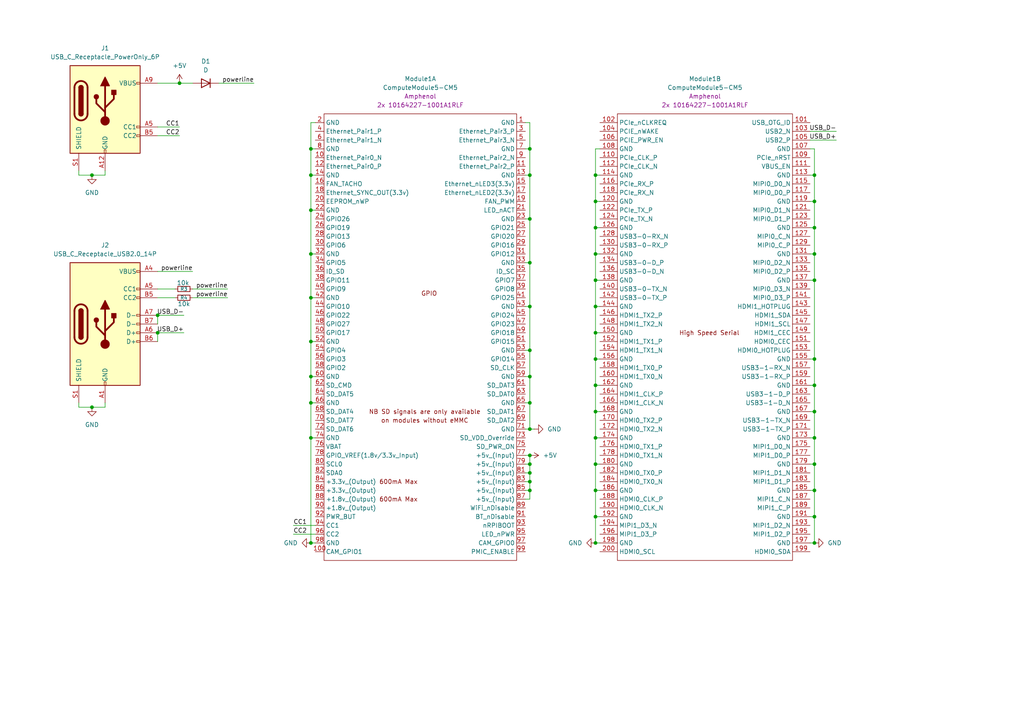
<source format=kicad_sch>
(kicad_sch (version 20250114) (generator "eeschema") (generator_version "9.0")
  (paper "A4")
  (lib_symbols
    (symbol "CM5:ComputeModule5-CM5"
      (property "Reference" "Module" (at 113.03 -68.58 0))
      (property "Value" "ComputeModule5-CM5" (at 140.97 2.54 0))
      (property "Field4" "Amphenol" (at 0 0 0))
      (property "Field5" "2x 10164227-1001A1RLF" (at 0 -2.54 0))
      (symbol "ComputeModule5-CM5_1_0"
        (text "GPIO" (at 0 6.35 0) (effects (font (size 1.27 1.27))))
      )
      (symbol "ComputeModule5-CM5_1_1"
        (rectangle (start -30.48 -71.12) (end 25.4 58.42))
        (text "600mA Max" (at -8.89 -48.26 0) (effects (font (size 1.27 1.27))))
        (text "600mA Max" (at -8.89 -53.34 0) (effects (font (size 1.27 1.27))))
        (text "NB SD signals are only available" (at -1.27 -27.94 0) (effects (font (size 1.27 1.27))))
        (text "on modules without eMMC" (at -1.27 -30.48 0) (effects (font (size 1.27 1.27))))
        (pin power_in line (at -33.02 55.88 0) (length 2.54) (name "GND") (number "2"))
        (pin passive line (at -33.02 53.34 0) (length 2.54) (name "Ethernet_Pair1_P") (number "4"))
        (pin passive line (at -33.02 50.8 0) (length 2.54) (name "Ethernet_Pair1_N") (number "6"))
        (pin power_in line (at -33.02 48.26 0) (length 2.54) (name "GND") (number "8"))
        (pin passive line (at -33.02 45.72 0) (length 2.54) (name "Ethernet_Pair0_N") (number "10"))
        (pin passive line (at -33.02 43.18 0) (length 2.54) (name "Ethernet_Pair0_P") (number "12"))
        (pin power_in line (at -33.02 40.64 0) (length 2.54) (name "GND") (number "14"))
        (pin input line (at -33.02 38.1 0) (length 2.54) (name "FAN_TACHO") (number "16"))
        (pin input line (at -33.02 35.56 0) (length 2.54) (name "Ethernet_SYNC_OUT(3.3v)") (number "18"))
        (pin passive line (at -33.02 33.02 0) (length 2.54) (name "EEPROM_nWP") (number "20"))
        (pin power_in line (at -33.02 30.48 0) (length 2.54) (name "GND") (number "22"))
        (pin passive line (at -33.02 27.94 0) (length 2.54) (name "GPIO26") (number "24"))
        (pin passive line (at -33.02 25.4 0) (length 2.54) (name "GPIO19") (number "26"))
        (pin passive line (at -33.02 22.86 0) (length 2.54) (name "GPIO13") (number "28"))
        (pin passive line (at -33.02 20.32 0) (length 2.54) (name "GPIO6") (number "30"))
        (pin power_in line (at -33.02 17.78 0) (length 2.54) (name "GND") (number "32"))
        (pin passive line (at -33.02 15.24 0) (length 2.54) (name "GPIO5") (number "34"))
        (pin passive line (at -33.02 12.7 0) (length 2.54) (name "ID_SD") (number "36"))
        (pin passive line (at -33.02 10.16 0) (length 2.54) (name "GPIO11") (number "38"))
        (pin passive line (at -33.02 7.62 0) (length 2.54) (name "GPIO9") (number "40"))
        (pin power_in line (at -33.02 5.08 0) (length 2.54) (name "GND") (number "42"))
        (pin passive line (at -33.02 2.54 0) (length 2.54) (name "GPIO10") (number "44"))
        (pin passive line (at -33.02 0 0) (length 2.54) (name "GPIO22") (number "46"))
        (pin passive line (at -33.02 -2.54 0) (length 2.54) (name "GPIO27") (number "48"))
        (pin passive line (at -33.02 -5.08 0) (length 2.54) (name "GPIO17") (number "50"))
        (pin power_in line (at -33.02 -7.62 0) (length 2.54) (name "GND") (number "52"))
        (pin passive line (at -33.02 -10.16 0) (length 2.54) (name "GPIO4") (number "54"))
        (pin passive line (at -33.02 -12.7 0) (length 2.54) (name "GPIO3") (number "56"))
        (pin passive line (at -33.02 -15.24 0) (length 2.54) (name "GPIO2") (number "58"))
        (pin power_in line (at -33.02 -17.78 0) (length 2.54) (name "GND") (number "60"))
        (pin passive line (at -33.02 -20.32 0) (length 2.54) (name "SD_CMD") (number "62"))
        (pin passive line (at -33.02 -22.86 0) (length 2.54) (name "SD_DAT5") (number "64"))
        (pin power_in line (at -33.02 -25.4 0) (length 2.54) (name "GND") (number "66"))
        (pin passive line (at -33.02 -27.94 0) (length 2.54) (name "SD_DAT4") (number "68"))
        (pin passive line (at -33.02 -30.48 0) (length 2.54) (name "SD_DAT7") (number "70"))
        (pin passive line (at -33.02 -33.02 0) (length 2.54) (name "SD_DAT6") (number "72"))
        (pin power_in line (at -33.02 -35.56 0) (length 2.54) (name "GND") (number "74"))
        (pin passive line (at -33.02 -38.1 0) (length 2.54) (name "VBAT") (number "76"))
        (pin power_in line (at -33.02 -40.64 0) (length 2.54) (name "GPIO_VREF(1.8v/3.3v_Input)") (number "78"))
        (pin passive line (at -33.02 -43.18 0) (length 2.54) (name "SCL0") (number "80"))
        (pin passive line (at -33.02 -45.72 0) (length 2.54) (name "SDA0") (number "82"))
        (pin power_out line (at -33.02 -48.26 0) (length 2.54) (name "+3.3v_(Output)") (number "84"))
        (pin passive line (at -33.02 -50.8 0) (length 2.54) (name "+3.3v_(Output)") (number "86"))
        (pin power_out line (at -33.02 -53.34 0) (length 2.54) (name "+1.8v_(Output)") (number "88"))
        (pin passive line (at -33.02 -55.88 0) (length 2.54) (name "+1.8v_(Output)") (number "90"))
        (pin passive line (at -33.02 -58.42 0) (length 2.54) (name "PWR_BUT") (number "92"))
        (pin passive line (at -33.02 -60.96 0) (length 2.54) (name "CC1") (number "94"))
        (pin passive line (at -33.02 -63.5 0) (length 2.54) (name "CC2") (number "96"))
        (pin power_in line (at -33.02 -66.04 0) (length 2.54) (name "GND") (number "98"))
        (pin passive line (at -33.02 -68.58 0) (length 2.54) (name "CAM_GPIO1") (number "100"))
        (pin power_in line (at 27.94 55.88 180) (length 2.54) (name "GND") (number "1"))
        (pin passive line (at 27.94 53.34 180) (length 2.54) (name "Ethernet_Pair3_P") (number "3"))
        (pin passive line (at 27.94 50.8 180) (length 2.54) (name "Ethernet_Pair3_N") (number "5"))
        (pin power_in line (at 27.94 48.26 180) (length 2.54) (name "GND") (number "7"))
        (pin passive line (at 27.94 45.72 180) (length 2.54) (name "Ethernet_Pair2_N") (number "9"))
        (pin passive line (at 27.94 43.18 180) (length 2.54) (name "Ethernet_Pair2_P") (number "11"))
        (pin power_in line (at 27.94 40.64 180) (length 2.54) (name "GND") (number "13"))
        (pin output line (at 27.94 38.1 180) (length 2.54) (name "Ethernet_nLED3(3.3v)") (number "15"))
        (pin output line (at 27.94 35.56 180) (length 2.54) (name "Ethernet_nLED2(3.3v)") (number "17"))
        (pin output line (at 27.94 33.02 180) (length 2.54) (name "FAN_PWM") (number "19"))
        (pin open_collector line (at 27.94 30.48 180) (length 2.54) (name "LED_nACT") (number "21"))
        (pin power_in line (at 27.94 27.94 180) (length 2.54) (name "GND") (number "23"))
        (pin passive line (at 27.94 25.4 180) (length 2.54) (name "GPIO21") (number "25"))
        (pin passive line (at 27.94 22.86 180) (length 2.54) (name "GPIO20") (number "27"))
        (pin passive line (at 27.94 20.32 180) (length 2.54) (name "GPIO16") (number "29"))
        (pin passive line (at 27.94 17.78 180) (length 2.54) (name "GPIO12") (number "31"))
        (pin power_in line (at 27.94 15.24 180) (length 2.54) (name "GND") (number "33"))
        (pin passive line (at 27.94 12.7 180) (length 2.54) (name "ID_SC") (number "35"))
        (pin passive line (at 27.94 10.16 180) (length 2.54) (name "GPIO7") (number "37"))
        (pin passive line (at 27.94 7.62 180) (length 2.54) (name "GPIO8") (number "39"))
        (pin passive line (at 27.94 5.08 180) (length 2.54) (name "GPIO25") (number "41"))
        (pin power_in line (at 27.94 2.54 180) (length 2.54) (name "GND") (number "43"))
        (pin passive line (at 27.94 0 180) (length 2.54) (name "GPIO24") (number "45"))
        (pin passive line (at 27.94 -2.54 180) (length 2.54) (name "GPIO23") (number "47"))
        (pin passive line (at 27.94 -5.08 180) (length 2.54) (name "GPIO18") (number "49"))
        (pin passive line (at 27.94 -7.62 180) (length 2.54) (name "GPIO15") (number "51"))
        (pin power_in line (at 27.94 -10.16 180) (length 2.54) (name "GND") (number "53"))
        (pin passive line (at 27.94 -12.7 180) (length 2.54) (name "GPIO14") (number "55"))
        (pin passive line (at 27.94 -15.24 180) (length 2.54) (name "SD_CLK") (number "57"))
        (pin power_in line (at 27.94 -17.78 180) (length 2.54) (name "GND") (number "59"))
        (pin passive line (at 27.94 -20.32 180) (length 2.54) (name "SD_DAT3") (number "61"))
        (pin passive line (at 27.94 -22.86 180) (length 2.54) (name "SD_DAT0") (number "63"))
        (pin power_in line (at 27.94 -25.4 180) (length 2.54) (name "GND") (number "65"))
        (pin passive line (at 27.94 -27.94 180) (length 2.54) (name "SD_DAT1") (number "67"))
        (pin passive line (at 27.94 -30.48 180) (length 2.54) (name "SD_DAT2") (number "69"))
        (pin power_in line (at 27.94 -33.02 180) (length 2.54) (name "GND") (number "71"))
        (pin input line (at 27.94 -35.56 180) (length 2.54) (name "SD_VDD_Override") (number "73"))
        (pin output line (at 27.94 -38.1 180) (length 2.54) (name "SD_PWR_ON") (number "75"))
        (pin power_in line (at 27.94 -40.64 180) (length 2.54) (name "+5v_(Input)") (number "77"))
        (pin power_in line (at 27.94 -43.18 180) (length 2.54) (name "+5v_(Input)") (number "79"))
        (pin power_in line (at 27.94 -45.72 180) (length 2.54) (name "+5v_(Input)") (number "81"))
        (pin power_in line (at 27.94 -48.26 180) (length 2.54) (name "+5v_(Input)") (number "83"))
        (pin power_in line (at 27.94 -50.8 180) (length 2.54) (name "+5v_(Input)") (number "85"))
        (pin power_in line (at 27.94 -53.34 180) (length 2.54) (name "+5v_(Input)") (number "87"))
        (pin input line (at 27.94 -55.88 180) (length 2.54) (name "WiFi_nDisable") (number "89"))
        (pin input line (at 27.94 -58.42 180) (length 2.54) (name "BT_nDisable") (number "91"))
        (pin input line (at 27.94 -60.96 180) (length 2.54) (name "nRPIBOOT") (number "93"))
        (pin output line (at 27.94 -63.5 180) (length 2.54) (name "LED_nPWR") (number "95"))
        (pin passive line (at 27.94 -66.04 180) (length 2.54) (name "CAM_GPIO0") (number "97"))
        (pin input line (at 27.94 -68.58 180) (length 2.54) (name "PMIC_ENABLE") (number "99"))
      )
      (symbol "ComputeModule5-CM5_2_1"
        (rectangle (start 114.3 -66.04) (end 165.1 63.5))
        (text "High Speed Serial" (at 140.97 0 0) (effects (font (size 1.27 1.27))))
        (pin input line (at 109.22 60.96 0) (length 5.08) (name "PCIe_nCLKREQ") (number "102"))
        (pin input line (at 109.22 58.42 0) (length 5.08) (name "PCIE_nWAKE") (number "104"))
        (pin output line (at 109.22 55.88 0) (length 5.08) (name "PCIE_PWR_EN") (number "106"))
        (pin power_in line (at 109.22 53.34 0) (length 5.08) (name "GND") (number "108"))
        (pin output line (at 109.22 50.8 0) (length 5.08) (name "PCIe_CLK_P") (number "110"))
        (pin output line (at 109.22 48.26 0) (length 5.08) (name "PCIe_CLK_N") (number "112"))
        (pin power_in line (at 109.22 45.72 0) (length 5.08) (name "GND") (number "114"))
        (pin input line (at 109.22 43.18 0) (length 5.08) (name "PCIe_RX_P") (number "116"))
        (pin input line (at 109.22 40.64 0) (length 5.08) (name "PCIe_RX_N") (number "118"))
        (pin power_in line (at 109.22 38.1 0) (length 5.08) (name "GND") (number "120"))
        (pin output line (at 109.22 35.56 0) (length 5.08) (name "PCIe_TX_P") (number "122"))
        (pin output line (at 109.22 33.02 0) (length 5.08) (name "PCIe_TX_N") (number "124"))
        (pin power_in line (at 109.22 30.48 0) (length 5.08) (name "GND") (number "126"))
        (pin input line (at 109.22 27.94 0) (length 5.08) (name "USB3-0-RX_N") (number "128"))
        (pin input line (at 109.22 25.4 0) (length 5.08) (name "USB3-0-RX_P") (number "130"))
        (pin power_in line (at 109.22 22.86 0) (length 5.08) (name "GND") (number "132"))
        (pin passive line (at 109.22 20.32 0) (length 5.08) (name "USB3-0-D_P") (number "134"))
        (pin passive line (at 109.22 17.78 0) (length 5.08) (name "USB3-0-D_N") (number "136"))
        (pin power_in line (at 109.22 15.24 0) (length 5.08) (name "GND") (number "138"))
        (pin output line (at 109.22 12.7 0) (length 5.08) (name "USB3-0-TX_N") (number "140"))
        (pin output line (at 109.22 10.16 0) (length 5.08) (name "USB3-0-TX_P") (number "142"))
        (pin power_in line (at 109.22 7.62 0) (length 5.08) (name "GND") (number "144"))
        (pin output line (at 109.22 5.08 0) (length 5.08) (name "HDMI1_TX2_P") (number "146"))
        (pin output line (at 109.22 2.54 0) (length 5.08) (name "HDMI1_TX2_N") (number "148"))
        (pin power_in line (at 109.22 0 0) (length 5.08) (name "GND") (number "150"))
        (pin output line (at 109.22 -2.54 0) (length 5.08) (name "HDMI1_TX1_P") (number "152"))
        (pin output line (at 109.22 -5.08 0) (length 5.08) (name "HDMI1_TX1_N") (number "154"))
        (pin power_in line (at 109.22 -7.62 0) (length 5.08) (name "GND") (number "156"))
        (pin output line (at 109.22 -10.16 0) (length 5.08) (name "HDMI1_TX0_P") (number "158"))
        (pin output line (at 109.22 -12.7 0) (length 5.08) (name "HDMI1_TX0_N") (number "160"))
        (pin power_in line (at 109.22 -15.24 0) (length 5.08) (name "GND") (number "162"))
        (pin output line (at 109.22 -17.78 0) (length 5.08) (name "HDMI1_CLK_P") (number "164"))
        (pin output line (at 109.22 -20.32 0) (length 5.08) (name "HDMI1_CLK_N") (number "166"))
        (pin power_in line (at 109.22 -22.86 0) (length 5.08) (name "GND") (number "168"))
        (pin output line (at 109.22 -25.4 0) (length 5.08) (name "HDMI0_TX2_P") (number "170"))
        (pin output line (at 109.22 -27.94 0) (length 5.08) (name "HDMI0_TX2_N") (number "172"))
        (pin power_in line (at 109.22 -30.48 0) (length 5.08) (name "GND") (number "174"))
        (pin output line (at 109.22 -33.02 0) (length 5.08) (name "HDMI0_TX1_P") (number "176"))
        (pin output line (at 109.22 -35.56 0) (length 5.08) (name "HDMI0_TX1_N") (number "178"))
        (pin power_in line (at 109.22 -38.1 0) (length 5.08) (name "GND") (number "180"))
        (pin output line (at 109.22 -40.64 0) (length 5.08) (name "HDMI0_TX0_P") (number "182"))
        (pin output line (at 109.22 -43.18 0) (length 5.08) (name "HDMI0_TX0_N") (number "184"))
        (pin power_in line (at 109.22 -45.72 0) (length 5.08) (name "GND") (number "186"))
        (pin output line (at 109.22 -48.26 0) (length 5.08) (name "HDMI0_CLK_P") (number "188"))
        (pin output line (at 109.22 -50.8 0) (length 5.08) (name "HDMI0_CLK_N") (number "190"))
        (pin power_in line (at 109.22 -53.34 0) (length 5.08) (name "GND") (number "192"))
        (pin output line (at 109.22 -55.88 0) (length 5.08) (name "MIPI1_D3_N") (number "194"))
        (pin output line (at 109.22 -58.42 0) (length 5.08) (name "MIPI1_D3_P") (number "196"))
        (pin power_in line (at 109.22 -60.96 0) (length 5.08) (name "GND") (number "198"))
        (pin open_collector line (at 109.22 -63.5 0) (length 5.08) (name "HDMI0_SCL") (number "200"))
        (pin input line (at 170.18 60.96 180) (length 5.08) (name "USB_OTG_ID") (number "101"))
        (pin passive line (at 170.18 58.42 180) (length 5.08) (name "USB2_N") (number "103"))
        (pin passive line (at 170.18 55.88 180) (length 5.08) (name "USB2_P") (number "105"))
        (pin power_in line (at 170.18 53.34 180) (length 5.08) (name "GND") (number "107"))
        (pin output line (at 170.18 50.8 180) (length 5.08) (name "PCIe_nRST") (number "109"))
        (pin output line (at 170.18 48.26 180) (length 5.08) (name "VBUS_EN") (number "111"))
        (pin power_in line (at 170.18 45.72 180) (length 5.08) (name "GND") (number "113"))
        (pin input line (at 170.18 43.18 180) (length 5.08) (name "MIPI0_D0_N") (number "115"))
        (pin input line (at 170.18 40.64 180) (length 5.08) (name "MIPI0_D0_P") (number "117"))
        (pin power_in line (at 170.18 38.1 180) (length 5.08) (name "GND") (number "119"))
        (pin input line (at 170.18 35.56 180) (length 5.08) (name "MIPI0_D1_N") (number "121"))
        (pin input line (at 170.18 33.02 180) (length 5.08) (name "MIPI0_D1_P") (number "123"))
        (pin power_in line (at 170.18 30.48 180) (length 5.08) (name "GND") (number "125"))
        (pin input line (at 170.18 27.94 180) (length 5.08) (name "MIPI0_C_N") (number "127"))
        (pin input line (at 170.18 25.4 180) (length 5.08) (name "MIPI0_C_P") (number "129"))
        (pin power_in line (at 170.18 22.86 180) (length 5.08) (name "GND") (number "131"))
        (pin input line (at 170.18 20.32 180) (length 5.08) (name "MIPI0_D2_N") (number "133"))
        (pin input line (at 170.18 17.78 180) (length 5.08) (name "MIPI0_D2_P") (number "135"))
        (pin power_in line (at 170.18 15.24 180) (length 5.08) (name "GND") (number "137"))
        (pin input line (at 170.18 12.7 180) (length 5.08) (name "MIPI0_D3_N") (number "139"))
        (pin input line (at 170.18 10.16 180) (length 5.08) (name "MIPI0_D3_P") (number "141"))
        (pin input line (at 170.18 7.62 180) (length 5.08) (name "HDMI1_HOTPLUG") (number "143"))
        (pin bidirectional line (at 170.18 5.08 180) (length 5.08) (name "HDMI1_SDA") (number "145"))
        (pin open_collector line (at 170.18 2.54 180) (length 5.08) (name "HDMI1_SCL") (number "147"))
        (pin open_collector line (at 170.18 0 180) (length 5.08) (name "HDMI1_CEC") (number "149"))
        (pin open_collector line (at 170.18 -2.54 180) (length 5.08) (name "HDMI0_CEC") (number "151"))
        (pin input line (at 170.18 -5.08 180) (length 5.08) (name "HDMI0_HOTPLUG") (number "153"))
        (pin power_in line (at 170.18 -7.62 180) (length 5.08) (name "GND") (number "155"))
        (pin input line (at 170.18 -10.16 180) (length 5.08) (name "USB3-1-RX_N") (number "157"))
        (pin input line (at 170.18 -12.7 180) (length 5.08) (name "USB3-1-RX_P") (number "159"))
        (pin power_in line (at 170.18 -15.24 180) (length 5.08) (name "GND") (number "161"))
        (pin passive line (at 170.18 -17.78 180) (length 5.08) (name "USB3-1-D_P") (number "163"))
        (pin passive line (at 170.18 -20.32 180) (length 5.08) (name "USB3-1-D_N") (number "165"))
        (pin power_in line (at 170.18 -22.86 180) (length 5.08) (name "GND") (number "167"))
        (pin output line (at 170.18 -25.4 180) (length 5.08) (name "USB3-1-TX_N") (number "169"))
        (pin output line (at 170.18 -27.94 180) (length 5.08) (name "USB3-1-TX_P") (number "171"))
        (pin power_in line (at 170.18 -30.48 180) (length 5.08) (name "GND") (number "173"))
        (pin output line (at 170.18 -33.02 180) (length 5.08) (name "MIPI1_D0_N") (number "175"))
        (pin output line (at 170.18 -35.56 180) (length 5.08) (name "MIPI1_D0_P") (number "177"))
        (pin power_in line (at 170.18 -38.1 180) (length 5.08) (name "GND") (number "179"))
        (pin output line (at 170.18 -40.64 180) (length 5.08) (name "MIPI1_D1_N") (number "181"))
        (pin output line (at 170.18 -43.18 180) (length 5.08) (name "MIPI1_D1_P") (number "183"))
        (pin power_in line (at 170.18 -45.72 180) (length 5.08) (name "GND") (number "185"))
        (pin output line (at 170.18 -48.26 180) (length 5.08) (name "MIPI1_C_N") (number "187"))
        (pin output line (at 170.18 -50.8 180) (length 5.08) (name "MIPI1_C_P") (number "189"))
        (pin power_in line (at 170.18 -53.34 180) (length 5.08) (name "GND") (number "191"))
        (pin output line (at 170.18 -55.88 180) (length 5.08) (name "MIPI1_D2_N") (number "193"))
        (pin output line (at 170.18 -58.42 180) (length 5.08) (name "MIPI1_D2_P") (number "195"))
        (pin power_in line (at 170.18 -60.96 180) (length 5.08) (name "GND") (number "197"))
        (pin bidirectional line (at 170.18 -63.5 180) (length 5.08) (name "HDMI0_SDA") (number "199"))
      )
    )
    (symbol "Connector:USB_C_Receptacle_PowerOnly_6P" (pin_names (offset 1.016))
      (property "Reference" "J" (at 0 16.51 0))
      (property "Value" "USB_C_Receptacle_PowerOnly_6P" (at 0 13.97 0))
      (symbol "USB_C_Receptacle_PowerOnly_6P_0_0"
        (rectangle (start -0.254 -12.7) (end 0.254 -11.684))
        (rectangle (start 10.16 7.874) (end 9.144 7.366))
        (rectangle (start 10.16 -4.826) (end 9.144 -5.334))
        (rectangle (start 10.16 -7.366) (end 9.144 -7.874))
      )
      (symbol "USB_C_Receptacle_PowerOnly_6P_0_1"
        (rectangle (start -10.16 12.7) (end 10.16 -12.7) (stroke (width 0.254)) (fill (type background)))
        (polyline (pts (xy -8.89 -1.27) (xy -8.89 6.35)) (stroke (width 0.508)))
        (rectangle (start -7.62 -1.27) (end -6.35 6.35) (stroke (width 0.254)) (fill (type outline)))
        (arc (start -7.62 6.35) (mid -6.985 6.9823) (end -6.35 6.35) (stroke (width 0.254)))
        (arc (start -7.62 6.35) (mid -6.985 6.9823) (end -6.35 6.35) (stroke (width 0.254)) (fill (type outline)))
        (arc (start -8.89 6.35) (mid -6.985 8.2467) (end -5.08 6.35) (stroke (width 0.508)))
        (arc (start -5.08 -1.27) (mid -6.985 -3.1667) (end -8.89 -1.27) (stroke (width 0.508)))
        (arc (start -6.35 -1.27) (mid -6.985 -1.9023) (end -7.62 -1.27) (stroke (width 0.254)))
        (arc (start -6.35 -1.27) (mid -6.985 -1.9023) (end -7.62 -1.27) (stroke (width 0.254)) (fill (type outline)))
        (polyline (pts (xy -5.08 6.35) (xy -5.08 -1.27)) (stroke (width 0.508)))
        (circle (center -2.54 3.683) (radius 0.635) (stroke (width 0.254)) (fill (type outline)))
        (polyline (pts (xy -1.27 6.858) (xy 0 9.398) (xy 1.27 6.858) (xy -1.27 6.858)) (stroke (width 0.254)) (fill (type outline)))
        (polyline (pts (xy 0 0.508) (xy 2.54 3.048) (xy 2.54 4.318)) (stroke (width 0.508)))
        (polyline (pts (xy 0 -0.762) (xy -2.54 1.778) (xy -2.54 3.048)) (stroke (width 0.508)))
        (polyline (pts (xy 0 -3.302) (xy 0 6.858)) (stroke (width 0.508)))
        (circle (center 0 -3.302) (radius 1.27) (fill (type outline)))
        (rectangle (start 1.905 4.318) (end 3.175 5.588) (stroke (width 0.254)) (fill (type outline)))
      )
      (symbol "USB_C_Receptacle_PowerOnly_6P_1_1"
        (pin passive line (at -7.62 -17.78 90) (length 5.08) (name "SHIELD") (number "S1"))
        (pin passive line (at 0 -17.78 90) (length 5.08) (name "GND") (number "A12"))
        (pin passive line (at 0 -17.78 90) (length 5.08) (hide yes) (name "GND") (number "B12"))
        (pin passive line (at 15.24 7.62 180) (length 5.08) (name "VBUS") (number "A9"))
        (pin passive line (at 15.24 7.62 180) (length 5.08) (hide yes) (name "VBUS") (number "B9"))
        (pin bidirectional line (at 15.24 -5.08 180) (length 5.08) (name "CC1") (number "A5"))
        (pin bidirectional line (at 15.24 -7.62 180) (length 5.08) (name "CC2") (number "B5"))
      )
    )
    (symbol "Connector:USB_C_Receptacle_USB2.0_14P" (pin_names (offset 1.016))
      (property "Reference" "J" (at 0 22.225 0))
      (property "Value" "USB_C_Receptacle_USB2.0_14P" (at 0 19.685 0))
      (symbol "USB_C_Receptacle_USB2.0_14P_0_0"
        (rectangle (start -0.254 -17.78) (end 0.254 -16.764))
        (rectangle (start 10.16 15.494) (end 9.144 14.986))
        (rectangle (start 10.16 10.414) (end 9.144 9.906))
        (rectangle (start 10.16 7.874) (end 9.144 7.366))
        (rectangle (start 10.16 2.794) (end 9.144 2.286))
        (rectangle (start 10.16 0.254) (end 9.144 -0.254))
        (rectangle (start 10.16 -2.286) (end 9.144 -2.794))
        (rectangle (start 10.16 -4.826) (end 9.144 -5.334))
      )
      (symbol "USB_C_Receptacle_USB2.0_14P_0_1"
        (rectangle (start -10.16 17.78) (end 10.16 -17.78) (stroke (width 0.254)) (fill (type background)))
        (polyline (pts (xy -8.89 -3.81) (xy -8.89 3.81)) (stroke (width 0.508)))
        (rectangle (start -7.62 -3.81) (end -6.35 3.81) (stroke (width 0.254)) (fill (type outline)))
        (arc (start -7.62 3.81) (mid -6.985 4.4423) (end -6.35 3.81) (stroke (width 0.254)))
        (arc (start -7.62 3.81) (mid -6.985 4.4423) (end -6.35 3.81) (stroke (width 0.254)) (fill (type outline)))
        (arc (start -8.89 3.81) (mid -6.985 5.7067) (end -5.08 3.81) (stroke (width 0.508)))
        (arc (start -5.08 -3.81) (mid -6.985 -5.7067) (end -8.89 -3.81) (stroke (width 0.508)))
        (arc (start -6.35 -3.81) (mid -6.985 -4.4423) (end -7.62 -3.81) (stroke (width 0.254)))
        (arc (start -6.35 -3.81) (mid -6.985 -4.4423) (end -7.62 -3.81) (stroke (width 0.254)) (fill (type outline)))
        (polyline (pts (xy -5.08 3.81) (xy -5.08 -3.81)) (stroke (width 0.508)))
        (circle (center -2.54 1.143) (radius 0.635) (stroke (width 0.254)) (fill (type outline)))
        (polyline (pts (xy -1.27 4.318) (xy 0 6.858) (xy 1.27 4.318) (xy -1.27 4.318)) (stroke (width 0.254)) (fill (type outline)))
        (polyline (pts (xy 0 -2.032) (xy 2.54 0.508) (xy 2.54 1.778)) (stroke (width 0.508)))
        (polyline (pts (xy 0 -3.302) (xy -2.54 -0.762) (xy -2.54 0.508)) (stroke (width 0.508)))
        (polyline (pts (xy 0 -5.842) (xy 0 4.318)) (stroke (width 0.508)))
        (circle (center 0 -5.842) (radius 1.27) (fill (type outline)))
        (rectangle (start 1.905 1.778) (end 3.175 3.048) (stroke (width 0.254)) (fill (type outline)))
      )
      (symbol "USB_C_Receptacle_USB2.0_14P_1_1"
        (pin passive line (at -7.62 -22.86 90) (length 5.08) (name "SHIELD") (number "S1"))
        (pin passive line (at 0 -22.86 90) (length 5.08) (name "GND") (number "A1"))
        (pin passive line (at 0 -22.86 90) (length 5.08) (hide yes) (name "GND") (number "A12"))
        (pin passive line (at 0 -22.86 90) (length 5.08) (hide yes) (name "GND") (number "B1"))
        (pin passive line (at 0 -22.86 90) (length 5.08) (hide yes) (name "GND") (number "B12"))
        (pin passive line (at 15.24 15.24 180) (length 5.08) (name "VBUS") (number "A4"))
        (pin passive line (at 15.24 15.24 180) (length 5.08) (hide yes) (name "VBUS") (number "A9"))
        (pin passive line (at 15.24 15.24 180) (length 5.08) (hide yes) (name "VBUS") (number "B4"))
        (pin passive line (at 15.24 15.24 180) (length 5.08) (hide yes) (name "VBUS") (number "B9"))
        (pin bidirectional line (at 15.24 10.16 180) (length 5.08) (name "CC1") (number "A5"))
        (pin bidirectional line (at 15.24 7.62 180) (length 5.08) (name "CC2") (number "B5"))
        (pin bidirectional line (at 15.24 2.54 180) (length 5.08) (name "D-") (number "A7"))
        (pin bidirectional line (at 15.24 0 180) (length 5.08) (name "D-") (number "B7"))
        (pin bidirectional line (at 15.24 -2.54 180) (length 5.08) (name "D+") (number "A6"))
        (pin bidirectional line (at 15.24 -5.08 180) (length 5.08) (name "D+") (number "B6"))
      )
    )
    (symbol "Device:D" (pin_numbers (hide yes)) (pin_names (offset 1.016) (hide yes))
      (property "Reference" "D" (at 0 2.54 0))
      (property "Value" "D" (at 0 -2.54 0))
      (symbol "D_0_1"
        (polyline (pts (xy -1.27 1.27) (xy -1.27 -1.27)) (stroke (width 0.254)))
        (polyline (pts (xy 1.27 1.27) (xy 1.27 -1.27) (xy -1.27 0) (xy 1.27 1.27)) (stroke (width 0.254)))
        (polyline (pts (xy 1.27 0) (xy -1.27 0)))
      )
      (symbol "D_1_1"
        (pin passive line (at -3.81 0 0) (length 2.54) (name "K") (number "1"))
        (pin passive line (at 3.81 0 180) (length 2.54) (name "A") (number "2"))
      )
    )
    (symbol "Device:R_Small" (pin_numbers (hide yes)) (pin_names (offset 0.254) (hide yes))
      (property "Reference" "R" (at 0 0 90))
      (property "Value" "R_Small" (at 1.778 0 90))
      (symbol "R_Small_0_1"
        (rectangle (start -0.762 1.778) (end 0.762 -1.778) (stroke (width 0.2032)))
      )
      (symbol "R_Small_1_1"
        (pin passive line (at 0 2.54 270) (length 0.762) (name "~") (number "1"))
        (pin passive line (at 0 -2.54 90) (length 0.762) (name "~") (number "2"))
      )
    )
    (symbol "power:+5V" (power) (pin_numbers (hide yes)) (pin_names (offset 0) (hide yes))
      (property "Value" "+5V" (at 0 3.556 0))
      (symbol "+5V_0_1"
        (polyline (pts (xy -0.762 1.27) (xy 0 2.54)))
        (polyline (pts (xy 0 2.54) (xy 0.762 1.27)))
        (polyline (pts (xy 0 0) (xy 0 2.54)))
      )
      (symbol "+5V_1_1"
        (pin power_in line (at 0 0 90) (length 0) (name "~") (number "1"))
      )
    )
    (symbol "power:GND" (power) (pin_numbers (hide yes)) (pin_names (offset 0) (hide yes))
      (property "Value" "GND" (at 0 -3.81 0))
      (symbol "GND_0_1"
        (polyline (pts (xy 0 0) (xy 0 -1.27) (xy 1.27 -1.27) (xy 0 -2.54) (xy -1.27 -1.27) (xy 0 -1.27)))
      )
      (symbol "GND_1_1"
        (pin power_in line (at 0 0 270) (length 0) (name "~") (number "1"))
      )
    )
  )
  (junction (at 172.72 127))
  (junction (at 153.67 124.46))
  (junction (at 172.72 96.52))
  (junction (at 172.72 134.62))
  (junction (at 236.22 142.24))
  (junction (at 172.72 66.04))
  (junction (at 90.17 43.18))
  (junction (at 236.22 66.04))
  (junction (at 153.67 132.08))
  (junction (at 153.67 109.22))
  (junction (at 90.17 127))
  (junction (at 236.22 119.38))
  (junction (at 52.07 24.13))
  (junction (at 172.72 157.48))
  (junction (at 236.22 134.62))
  (junction (at 172.72 50.8))
  (junction (at 153.67 43.18))
  (junction (at 90.17 73.66))
  (junction (at 45.72 91.44))
  (junction (at 153.67 50.8))
  (junction (at 172.72 73.66))
  (junction (at 236.22 127))
  (junction (at 172.72 111.76))
  (junction (at 90.17 99.06))
  (junction (at 153.67 76.2))
  (junction (at 153.67 101.6))
  (junction (at 153.67 88.9))
  (junction (at 153.67 142.24))
  (junction (at 236.22 50.8))
  (junction (at 236.22 149.86))
  (junction (at 90.17 50.8))
  (junction (at 172.72 149.86))
  (junction (at 90.17 86.36))
  (junction (at 153.67 137.16))
  (junction (at 172.72 88.9))
  (junction (at 90.17 157.48))
  (junction (at 172.72 58.42))
  (junction (at 153.67 139.7))
  (junction (at 236.22 111.76))
  (junction (at 45.72 96.52))
  (junction (at 172.72 81.28))
  (junction (at 236.22 157.48))
  (junction (at 26.67 118.11))
  (junction (at 153.67 134.62))
  (junction (at 172.72 142.24))
  (junction (at 26.67 50.8))
  (junction (at 236.22 104.14))
  (junction (at 90.17 109.22))
  (junction (at 236.22 73.66))
  (junction (at 90.17 60.96))
  (junction (at 172.72 104.14))
  (junction (at 90.17 116.84))
  (junction (at 153.67 116.84))
  (junction (at 172.72 119.38))
  (junction (at 236.22 81.28))
  (junction (at 236.22 58.42))
  (junction (at 153.67 63.5))
  (wire (pts (xy 242.57 40.64) (xy 234.95 40.64)))
  (wire (pts (xy 55.88 86.36) (xy 66.04 86.36)))
  (wire (pts (xy 153.67 50.8) (xy 153.67 43.18)))
  (wire (pts (xy 172.72 149.86) (xy 173.99 149.86)))
  (wire (pts (xy 152.4 50.8) (xy 153.67 50.8)))
  (wire (pts (xy 153.67 134.62) (xy 153.67 137.16)))
  (wire (pts (xy 172.72 50.8) (xy 173.99 50.8)))
  (wire (pts (xy 234.95 149.86) (xy 236.22 149.86)))
  (wire (pts (xy 236.22 142.24) (xy 236.22 149.86)))
  (wire (pts (xy 236.22 119.38) (xy 236.22 127)))
  (wire (pts (xy 172.72 96.52) (xy 172.72 88.9)))
  (wire (pts (xy 234.95 127) (xy 236.22 127)))
  (wire (pts (xy 242.57 38.1) (xy 234.95 38.1)))
  (wire (pts (xy 90.17 109.22) (xy 90.17 99.06)))
  (wire (pts (xy 172.72 73.66) (xy 173.99 73.66)))
  (wire (pts (xy 45.72 91.44) (xy 53.34 91.44)))
  (wire (pts (xy 22.86 49.53) (xy 22.86 50.8)))
  (wire (pts (xy 234.95 81.28) (xy 236.22 81.28)))
  (wire (pts (xy 90.17 60.96) (xy 90.17 50.8)))
  (wire (pts (xy 52.07 24.13) (xy 55.88 24.13)))
  (wire (pts (xy 234.95 73.66) (xy 236.22 73.66)))
  (wire (pts (xy 234.95 119.38) (xy 236.22 119.38)))
  (wire (pts (xy 85.09 152.4) (xy 91.44 152.4)))
  (wire (pts (xy 152.4 43.18) (xy 153.67 43.18)))
  (wire (pts (xy 91.44 157.48) (xy 90.17 157.48)))
  (wire (pts (xy 172.72 58.42) (xy 173.99 58.42)))
  (wire (pts (xy 90.17 116.84) (xy 90.17 109.22)))
  (wire (pts (xy 90.17 86.36) (xy 91.44 86.36)))
  (wire (pts (xy 90.17 60.96) (xy 91.44 60.96)))
  (wire (pts (xy 236.22 58.42) (xy 236.22 66.04)))
  (wire (pts (xy 152.4 109.22) (xy 153.67 109.22)))
  (wire (pts (xy 45.72 86.36) (xy 50.8 86.36)))
  (wire (pts (xy 173.99 157.48) (xy 172.72 157.48)))
  (wire (pts (xy 45.72 39.37) (xy 52.07 39.37)))
  (wire (pts (xy 234.95 142.24) (xy 236.22 142.24)))
  (wire (pts (xy 234.95 50.8) (xy 236.22 50.8)))
  (wire (pts (xy 152.4 116.84) (xy 153.67 116.84)))
  (wire (pts (xy 236.22 134.62) (xy 236.22 142.24)))
  (wire (pts (xy 236.22 73.66) (xy 236.22 81.28)))
  (wire (pts (xy 90.17 99.06) (xy 91.44 99.06)))
  (wire (pts (xy 90.17 43.18) (xy 90.17 35.56)))
  (wire (pts (xy 26.67 118.11) (xy 30.48 118.11)))
  (wire (pts (xy 236.22 149.86) (xy 236.22 157.48)))
  (wire (pts (xy 153.67 109.22) (xy 153.67 101.6)))
  (wire (pts (xy 153.67 139.7) (xy 153.67 142.24)))
  (wire (pts (xy 26.67 50.8) (xy 30.48 50.8)))
  (wire (pts (xy 172.72 66.04) (xy 173.99 66.04)))
  (wire (pts (xy 152.4 139.7) (xy 153.67 139.7)))
  (wire (pts (xy 172.72 157.48) (xy 172.72 149.86)))
  (wire (pts (xy 172.72 104.14) (xy 173.99 104.14)))
  (wire (pts (xy 234.95 157.48) (xy 236.22 157.48)))
  (wire (pts (xy 172.72 96.52) (xy 173.99 96.52)))
  (wire (pts (xy 45.72 93.98) (xy 45.72 91.44)))
  (wire (pts (xy 153.67 35.56) (xy 152.4 35.56)))
  (wire (pts (xy 172.72 127) (xy 173.99 127)))
  (wire (pts (xy 172.72 119.38) (xy 173.99 119.38)))
  (wire (pts (xy 153.67 144.78) (xy 152.4 144.78)))
  (wire (pts (xy 90.17 50.8) (xy 90.17 43.18)))
  (wire (pts (xy 153.67 132.08) (xy 153.67 134.62)))
  (wire (pts (xy 172.72 66.04) (xy 172.72 58.42)))
  (wire (pts (xy 153.67 88.9) (xy 153.67 76.2)))
  (wire (pts (xy 45.72 99.06) (xy 45.72 96.52)))
  (wire (pts (xy 236.22 43.18) (xy 234.95 43.18)))
  (wire (pts (xy 22.86 118.11) (xy 26.67 118.11)))
  (wire (pts (xy 30.48 50.8) (xy 30.48 49.53)))
  (wire (pts (xy 172.72 111.76) (xy 172.72 104.14)))
  (wire (pts (xy 236.22 127) (xy 236.22 134.62)))
  (wire (pts (xy 90.17 116.84) (xy 91.44 116.84)))
  (wire (pts (xy 152.4 101.6) (xy 153.67 101.6)))
  (wire (pts (xy 152.4 134.62) (xy 153.67 134.62)))
  (wire (pts (xy 45.72 96.52) (xy 53.34 96.52)))
  (wire (pts (xy 45.72 24.13) (xy 52.07 24.13)))
  (wire (pts (xy 153.67 124.46) (xy 152.4 124.46)))
  (wire (pts (xy 30.48 118.11) (xy 30.48 116.84)))
  (wire (pts (xy 22.86 50.8) (xy 26.67 50.8)))
  (wire (pts (xy 90.17 73.66) (xy 90.17 60.96)))
  (wire (pts (xy 152.4 132.08) (xy 153.67 132.08)))
  (wire (pts (xy 234.95 134.62) (xy 236.22 134.62)))
  (wire (pts (xy 236.22 50.8) (xy 236.22 43.18)))
  (wire (pts (xy 172.72 134.62) (xy 172.72 127)))
  (wire (pts (xy 90.17 99.06) (xy 90.17 86.36)))
  (wire (pts (xy 153.67 142.24) (xy 153.67 144.78)))
  (wire (pts (xy 152.4 88.9) (xy 153.67 88.9)))
  (wire (pts (xy 153.67 63.5) (xy 153.67 50.8)))
  (wire (pts (xy 153.67 101.6) (xy 153.67 88.9)))
  (wire (pts (xy 153.67 137.16) (xy 153.67 139.7)))
  (wire (pts (xy 85.09 154.94) (xy 91.44 154.94)))
  (wire (pts (xy 172.72 81.28) (xy 172.72 73.66)))
  (wire (pts (xy 234.95 104.14) (xy 236.22 104.14)))
  (wire (pts (xy 22.86 116.84) (xy 22.86 118.11)))
  (wire (pts (xy 172.72 119.38) (xy 172.72 111.76)))
  (wire (pts (xy 172.72 73.66) (xy 172.72 66.04)))
  (wire (pts (xy 172.72 142.24) (xy 172.72 134.62)))
  (wire (pts (xy 152.4 63.5) (xy 153.67 63.5)))
  (wire (pts (xy 172.72 88.9) (xy 172.72 81.28)))
  (wire (pts (xy 236.22 66.04) (xy 236.22 73.66)))
  (wire (pts (xy 90.17 43.18) (xy 91.44 43.18)))
  (wire (pts (xy 172.72 58.42) (xy 172.72 50.8)))
  (wire (pts (xy 153.67 76.2) (xy 153.67 63.5)))
  (wire (pts (xy 172.72 88.9) (xy 173.99 88.9)))
  (wire (pts (xy 172.72 43.18) (xy 173.99 43.18)))
  (wire (pts (xy 153.67 116.84) (xy 153.67 124.46)))
  (wire (pts (xy 63.5 24.13) (xy 73.66 24.13)))
  (wire (pts (xy 234.95 111.76) (xy 236.22 111.76)))
  (wire (pts (xy 234.95 58.42) (xy 236.22 58.42)))
  (wire (pts (xy 152.4 142.24) (xy 153.67 142.24)))
  (wire (pts (xy 172.72 104.14) (xy 172.72 96.52)))
  (wire (pts (xy 90.17 35.56) (xy 91.44 35.56)))
  (wire (pts (xy 153.67 43.18) (xy 153.67 35.56)))
  (wire (pts (xy 172.72 111.76) (xy 173.99 111.76)))
  (wire (pts (xy 90.17 86.36) (xy 90.17 73.66)))
  (wire (pts (xy 172.72 149.86) (xy 172.72 142.24)))
  (wire (pts (xy 172.72 134.62) (xy 173.99 134.62)))
  (wire (pts (xy 90.17 50.8) (xy 91.44 50.8)))
  (wire (pts (xy 236.22 81.28) (xy 236.22 104.14)))
  (wire (pts (xy 90.17 157.48) (xy 90.17 127)))
  (wire (pts (xy 90.17 127) (xy 91.44 127)))
  (wire (pts (xy 152.4 76.2) (xy 153.67 76.2)))
  (wire (pts (xy 45.72 83.82) (xy 50.8 83.82)))
  (wire (pts (xy 90.17 127) (xy 90.17 116.84)))
  (wire (pts (xy 55.88 83.82) (xy 66.04 83.82)))
  (wire (pts (xy 172.72 81.28) (xy 173.99 81.28)))
  (wire (pts (xy 236.22 58.42) (xy 236.22 50.8)))
  (wire (pts (xy 90.17 73.66) (xy 91.44 73.66)))
  (wire (pts (xy 236.22 111.76) (xy 236.22 119.38)))
  (wire (pts (xy 236.22 104.14) (xy 236.22 111.76)))
  (wire (pts (xy 45.72 36.83) (xy 52.07 36.83)))
  (wire (pts (xy 45.72 78.74) (xy 55.88 78.74)))
  (wire (pts (xy 172.72 127) (xy 172.72 119.38)))
  (wire (pts (xy 172.72 50.8) (xy 172.72 43.18)))
  (wire (pts (xy 234.95 66.04) (xy 236.22 66.04)))
  (wire (pts (xy 153.67 116.84) (xy 153.67 109.22)))
  (wire (pts (xy 153.67 124.46) (xy 154.94 124.46)))
  (wire (pts (xy 90.17 109.22) (xy 91.44 109.22)))
  (wire (pts (xy 152.4 137.16) (xy 153.67 137.16)))
  (wire (pts (xy 172.72 142.24) (xy 173.99 142.24)))
  (label "CC1" (at 52.07 36.83 180))
  (label "powerline" (at 73.66 24.13 180))
  (label "USB_D-" (at 242.57 38.1 180))
  (label "USB_D+" (at 242.57 40.64 180))
  (label "CC1" (at 85.09 152.4 0))
  (label "USB_D-" (at 53.34 91.44 180))
  (label "powerline" (at 55.88 78.74 180))
  (label "powerline" (at 66.04 83.82 180))
  (label "CC2" (at 85.09 154.94 0))
  (label "CC2" (at 52.07 39.37 180))
  (label "powerline" (at 66.04 86.36 180))
  (label "USB_D+" (at 53.34 96.52 180))
  (symbol (lib_id "power:+5V") (at 52.07 24.13 0) (unit 1)
    (property "Reference" "#PWR01" (effects (hide yes)))
    (property "Value" "+5V" (at 52.07 19.05 0))
    (property "Description" "Power symbol creates a global label with name \"+5V\"" (effects (hide yes)))
  )
  (symbol (lib_id "Connector:USB_C_Receptacle_USB2.0_14P") (at 30.48 93.98 0) (unit 1)
    (property "Reference" "J2" (at 30.48 71.12 0))
    (property "Value" "USB_C_Receptacle_USB2.0_14P" (at 30.48 73.66 0))
    (property "Footprint" "Connector_USB:USB_C_Receptacle_GCT_USB4105-xx-A_16P_TopMnt_Horizontal" (effects (hide yes)))
    (property "Datasheet" "https://www.usb.org/sites/default/files/documents/usb_type-c.zip" (effects (hide yes)))
    (property "Description" "USB 2.0-only 14P Type-C Receptacle connector" (effects (hide yes)))
  )
  (symbol (lib_id "CM5:ComputeModule5-CM5") (at 124.46 91.44 0) (unit 1)
    (property "Reference" "Module1" (at 121.92 22.86 0))
    (property "Value" "ComputeModule5-CM5" (at 121.92 25.4 0))
    (property "Footprint" "CM5:Raspberry-Pi-5-Compute-Module" (effects (hide yes)))
    (property "Description" "RaspberryPi Compute module 5" (effects (hide yes)))
    (property "Field4" "Amphenol" (at 121.92 27.94 0))
    (property "Field5" "2x 10164227-1001A1RLF" (at 121.92 30.48 0))
  )
  (symbol (lib_id "Device:D") (at 59.69 24.13 180) (unit 1)
    (property "Reference" "D1" (at 59.69 17.78 0))
    (property "Value" "D" (at 59.69 20.32 0))
    (property "Footprint" "Diode_SMD:D_2010_5025Metric" (effects (hide yes)))
    (property "Description" "Diode" (effects (hide yes)))
    (property "Sim.Device" "D" (effects (hide yes)))
    (property "Sim.Pins" "1=K 2=A" (effects (hide yes)))
  )
  (symbol (lib_id "Device:R_Small") (at 53.34 86.36 90) (unit 1)
    (property "Reference" "R4" (at 53.34 86.36 90) (effects (font (size 1.016 1.016))))
    (property "Value" "10k" (at 53.34 88.138 90))
    (property "Footprint" "Resistor_SMD:R_1812_4532Metric" (effects (hide yes)))
    (property "Description" "Resistor, small symbol" (effects (hide yes)))
  )
  (symbol (lib_id "power:GND") (at 172.72 157.48 270) (unit 1)
    (property "Reference" "#PWR010" (effects (hide yes)))
    (property "Value" "GND" (at 168.91 157.4799 90) (effects (justify right)))
    (property "Description" "Power symbol creates a global label with name \"GND\" , ground" (effects (hide yes)))
  )
  (symbol (lib_id "Connector:USB_C_Receptacle_PowerOnly_6P") (at 30.48 31.75 0) (unit 1)
    (property "Reference" "J1" (at 30.48 13.97 0))
    (property "Value" "USB_C_Receptacle_PowerOnly_6P" (at 30.48 16.51 0))
    (property "Footprint" "Connector_USB:USB_C_Receptacle_GCT_USB4125-xx-x-0190_6P_TopMnt_Horizontal" (effects (hide yes)))
    (property "Datasheet" "https://www.usb.org/sites/default/files/documents/usb_type-c.zip" (effects (hide yes)))
    (property "Description" "USB Power-Only 6P Type-C Receptacle connector" (effects (hide yes)))
  )
  (symbol (lib_id "power:GND") (at 26.67 50.8 0) (unit 1)
    (property "Reference" "#PWR04" (effects (hide yes)))
    (property "Value" "GND" (at 26.67 55.88 0))
    (property "Description" "Power symbol creates a global label with name \"GND\" , ground" (effects (hide yes)))
  )
  (symbol (lib_id "power:GND") (at 154.94 124.46 90) (unit 1)
    (property "Reference" "#PWR09" (effects (hide yes)))
    (property "Value" "GND" (at 158.75 124.4599 90) (effects (justify right)))
    (property "Description" "Power symbol creates a global label with name \"GND\" , ground" (effects (hide yes)))
  )
  (symbol (lib_id "CM5:ComputeModule5-CM5") (at 64.77 96.52 0) (unit 2)
    (property "Reference" "Module1" (at 204.47 22.86 0))
    (property "Value" "ComputeModule5-CM5" (at 204.47 25.4 0))
    (property "Footprint" "CM5:Raspberry-Pi-5-Compute-Module" (effects (hide yes)))
    (property "Description" "RaspberryPi Compute module 5" (effects (hide yes)))
    (property "Field4" "Amphenol" (at 204.47 27.94 0))
    (property "Field5" "2x 10164227-1001A1RLF" (at 204.47 30.48 0))
  )
  (symbol (lib_id "power:GND") (at 26.67 118.11 0) (unit 1)
    (property "Reference" "#PWR02" (effects (hide yes)))
    (property "Value" "GND" (at 26.67 123.19 0))
    (property "Description" "Power symbol creates a global label with name \"GND\" , ground" (effects (hide yes)))
  )
  (symbol (lib_id "power:GND") (at 236.22 157.48 90) (unit 1)
    (property "Reference" "#PWR011" (effects (hide yes)))
    (property "Value" "GND" (at 240.03 157.4799 90) (effects (justify right)))
    (property "Description" "Power symbol creates a global label with name \"GND\" , ground" (effects (hide yes)))
  )
  (symbol (lib_id "power:+5V") (at 153.67 132.08 270) (unit 1)
    (property "Reference" "#PWR03" (effects (hide yes)))
    (property "Value" "+5V" (at 157.48 132.0799 90) (effects (justify left)))
    (property "Description" "Power symbol creates a global label with name \"+5V\"" (effects (hide yes)))
  )
  (symbol (lib_id "Device:R_Small") (at 53.34 83.82 90) (unit 1)
    (property "Reference" "R3" (at 53.34 83.82 90) (effects (font (size 1.016 1.016))))
    (property "Value" "10k" (at 53.086 82.042 90))
    (property "Footprint" "Resistor_SMD:R_1812_4532Metric" (effects (hide yes)))
    (property "Description" "Resistor, small symbol" (effects (hide yes)))
  )
  (symbol (lib_id "power:GND") (at 90.17 157.48 270) (unit 1)
    (property "Reference" "#PWR08" (effects (hide yes)))
    (property "Value" "GND" (at 86.36 157.4799 90) (effects (justify right)))
    (property "Description" "Power symbol creates a global label with name \"GND\" , ground" (effects (hide yes)))
  )
)
</source>
